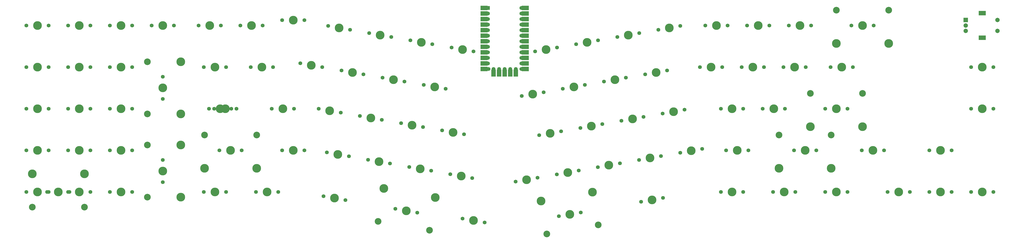
<source format=gbr>
%TF.GenerationSoftware,KiCad,Pcbnew,(5.1.10)-1*%
%TF.CreationDate,2021-08-22T14:11:54-07:00*%
%TF.ProjectId,V2,56322e6b-6963-4616-945f-706362585858,rev?*%
%TF.SameCoordinates,Original*%
%TF.FileFunction,Soldermask,Top*%
%TF.FilePolarity,Negative*%
%FSLAX46Y46*%
G04 Gerber Fmt 4.6, Leading zero omitted, Abs format (unit mm)*
G04 Created by KiCad (PCBNEW (5.1.10)-1) date 2021-08-22 14:11:54*
%MOMM*%
%LPD*%
G01*
G04 APERTURE LIST*
%ADD10C,3.987800*%
%ADD11C,1.750000*%
%ADD12C,3.048000*%
%ADD13C,2.000000*%
%ADD14R,3.200000X2.000000*%
%ADD15R,2.000000X2.000000*%
%ADD16R,2.000000X3.250000*%
%ADD17R,3.250000X2.000000*%
%ADD18C,1.752600*%
%ADD19R,1.752600X1.752600*%
G04 APERTURE END LIST*
D10*
%TO.C,MX90*%
X83343750Y-38100000D03*
D11*
X78263750Y-38100000D03*
X88423750Y-38100000D03*
%TD*%
D10*
%TO.C,MX23*%
X80962500Y-19050000D03*
D11*
X75882500Y-19050000D03*
X86042500Y-19050000D03*
%TD*%
D10*
%TO.C,MX5*%
X9525000Y-76200000D03*
D11*
X4445000Y-76200000D03*
X14605000Y-76200000D03*
D12*
X-2381250Y-83185000D03*
X21431250Y-83185000D03*
D10*
X-2381250Y-67945000D03*
X21431250Y-67945000D03*
%TD*%
%TO.C,MX78*%
X350176543Y-57150000D03*
D11*
X345096543Y-57150000D03*
X355256543Y-57150000D03*
D12*
X338270293Y-50165000D03*
X362082793Y-50165000D03*
D10*
X338270293Y-65405000D03*
X362082793Y-65405000D03*
%TD*%
%TO.C,MX92*%
X430949043Y-76200000D03*
D11*
X425869043Y-76200000D03*
X436029043Y-76200000D03*
%TD*%
D10*
%TO.C,MX91*%
X430949043Y-38100000D03*
D11*
X425869043Y-38100000D03*
X436029043Y-38100000D03*
%TD*%
D10*
%TO.C,MX89*%
X430949043Y-19050000D03*
D11*
X425869043Y-19050000D03*
X436029043Y-19050000D03*
%TD*%
D10*
%TO.C,MX88*%
X411899043Y-76200000D03*
D11*
X406819043Y-76200000D03*
X416979043Y-76200000D03*
%TD*%
D10*
%TO.C,MX87*%
X411899043Y-57150000D03*
D11*
X406819043Y-57150000D03*
X416979043Y-57150000D03*
%TD*%
D10*
%TO.C,MX86*%
X381132793Y-57150000D03*
D11*
X376052793Y-57150000D03*
X386212793Y-57150000D03*
%TD*%
D10*
%TO.C,MX85*%
X364464043Y-38100000D03*
D11*
X359384043Y-38100000D03*
X369544043Y-38100000D03*
D12*
X352557793Y-31115000D03*
X376370293Y-31115000D03*
D10*
X352557793Y-46355000D03*
X376370293Y-46355000D03*
%TD*%
%TO.C,MX84*%
X366845293Y-19050000D03*
D11*
X361765293Y-19050000D03*
X371925293Y-19050000D03*
%TD*%
D10*
%TO.C,MX83*%
X345414043Y-19050000D03*
D11*
X340334043Y-19050000D03*
X350494043Y-19050000D03*
%TD*%
D10*
%TO.C,MX82*%
X376370293Y0D03*
D11*
X371290293Y0D03*
X381450293Y0D03*
D12*
X364464043Y6985000D03*
X388276543Y6985000D03*
D10*
X364464043Y-8255000D03*
X388276543Y-8255000D03*
%TD*%
%TO.C,MX81*%
X347795293Y0D03*
D11*
X342715293Y0D03*
X352875293Y0D03*
%TD*%
D10*
%TO.C,MX80*%
X392849043Y-76200000D03*
D11*
X387769043Y-76200000D03*
X397929043Y-76200000D03*
%TD*%
D10*
%TO.C,MX79*%
X364464043Y-76200000D03*
D11*
X359384043Y-76200000D03*
X369544043Y-76200000D03*
%TD*%
D10*
%TO.C,MX77*%
X335889043Y-38100000D03*
D11*
X330809043Y-38100000D03*
X340969043Y-38100000D03*
%TD*%
D10*
%TO.C,MX76*%
X326364043Y-19050000D03*
D11*
X321284043Y-19050000D03*
X331444043Y-19050000D03*
%TD*%
D10*
%TO.C,MX75*%
X307314043Y-19050000D03*
D11*
X302234043Y-19050000D03*
X312394043Y-19050000D03*
%TD*%
D10*
%TO.C,MX74*%
X328745293Y0D03*
D11*
X323665293Y0D03*
X333825293Y0D03*
%TD*%
D10*
%TO.C,MX73*%
X309695293Y0D03*
D11*
X304615293Y0D03*
X314775293Y0D03*
%TD*%
D10*
%TO.C,MX72*%
X316839043Y-38100000D03*
D11*
X311759043Y-38100000D03*
X321919043Y-38100000D03*
%TD*%
D10*
%TO.C,MX71*%
X319220293Y-57150000D03*
D11*
X314140293Y-57150000D03*
X324300293Y-57150000D03*
%TD*%
D10*
%TO.C,MX70*%
X340651543Y-76200000D03*
D11*
X335571543Y-76200000D03*
X345731543Y-76200000D03*
%TD*%
D10*
%TO.C,MX69*%
X316839043Y-76200000D03*
D11*
X311759043Y-76200000D03*
X321919043Y-76200000D03*
%TD*%
D10*
%TO.C,MX68*%
X298188034Y-57381903D03*
D11*
X293185211Y-58264036D03*
X303190857Y-56499770D03*
%TD*%
D10*
%TO.C,MX67*%
X290189890Y-39448316D03*
D11*
X285187067Y-40330449D03*
X295192713Y-38566183D03*
%TD*%
D10*
%TO.C,MX66*%
X282191746Y-21514728D03*
D11*
X277188923Y-22396861D03*
X287194569Y-20632595D03*
%TD*%
D10*
%TO.C,MX65*%
X288264043Y-1100142D03*
D11*
X283261220Y-1982275D03*
X293266866Y-218009D03*
%TD*%
D10*
%TO.C,MX64*%
X279427447Y-60689900D03*
D11*
X274424624Y-61572033D03*
X284430270Y-59807767D03*
%TD*%
D10*
%TO.C,MX63*%
X280390371Y-79863986D03*
D11*
X275387548Y-80746119D03*
X285393194Y-78981853D03*
%TD*%
D10*
%TO.C,MX62*%
X260666860Y-63997897D03*
D11*
X255664037Y-64880030D03*
X265669683Y-63115764D03*
%TD*%
D10*
%TO.C,MX61*%
X271429303Y-42756313D03*
D11*
X266426480Y-43638446D03*
X276432126Y-41874180D03*
%TD*%
D10*
%TO.C,MX60*%
X263431159Y-24822725D03*
D11*
X258428336Y-25704858D03*
X268433982Y-23940592D03*
%TD*%
D10*
%TO.C,MX59*%
X244670572Y-28130722D03*
D11*
X239667749Y-29012855D03*
X249673395Y-27248589D03*
%TD*%
D10*
%TO.C,MX58*%
X269503456Y-4408139D03*
D11*
X264500633Y-5290272D03*
X274506279Y-3526006D03*
%TD*%
D10*
%TO.C,MX57*%
X250742869Y-7716136D03*
D11*
X245740046Y-8598269D03*
X255745692Y-6834003D03*
%TD*%
D10*
%TO.C,MX56*%
X252668716Y-46064310D03*
D11*
X247665893Y-46946443D03*
X257671539Y-45182177D03*
%TD*%
D10*
%TO.C,MX55*%
X241906273Y-67305894D03*
D11*
X236903450Y-68188027D03*
X246909096Y-66423761D03*
%TD*%
D10*
%TO.C,MX54*%
X242869196Y-86479981D03*
D11*
X237866373Y-87362114D03*
X247872019Y-85597848D03*
D12*
X232356761Y-95426362D03*
X255807496Y-91291365D03*
D10*
X229710363Y-80417892D03*
X253161098Y-76282894D03*
%TD*%
%TO.C,MX53*%
X198941868Y-89291780D03*
D11*
X193939045Y-88409647D03*
X203944691Y-90173913D03*
%TD*%
D10*
%TO.C,MX52*%
X223145686Y-70613891D03*
D11*
X218142863Y-71496024D03*
X228148509Y-69731758D03*
%TD*%
D10*
%TO.C,MX51*%
X233908129Y-49372307D03*
D11*
X228905306Y-50254440D03*
X238910952Y-48490174D03*
%TD*%
D10*
%TO.C,MX50*%
X225909985Y-31438719D03*
D11*
X220907162Y-32320852D03*
X230912808Y-30556586D03*
%TD*%
D10*
%TO.C,MX49*%
X231982282Y-11024133D03*
D11*
X226979459Y-11906266D03*
X236985105Y-10142000D03*
%TD*%
D10*
%TO.C,MX48*%
X193882282Y-11024133D03*
D11*
X188879459Y-10142000D03*
X198885105Y-11906266D03*
%TD*%
D10*
%TO.C,MX47*%
X181193992Y-28130722D03*
D11*
X176191169Y-27248589D03*
X186196815Y-29012855D03*
%TD*%
D10*
%TO.C,MX46*%
X189611363Y-48958808D03*
D11*
X184608540Y-48076675D03*
X194614186Y-49840941D03*
%TD*%
D10*
%TO.C,MX45*%
X193338585Y-68959893D03*
D11*
X188335762Y-68077760D03*
X198341408Y-69842026D03*
%TD*%
D10*
%TO.C,MX44*%
X170850776Y-45650811D03*
D11*
X165847953Y-44768678D03*
X175853599Y-46532944D03*
%TD*%
D10*
%TO.C,MX43*%
X162433405Y-24822725D03*
D11*
X157430582Y-23940592D03*
X167436228Y-25704858D03*
%TD*%
D10*
%TO.C,MX42*%
X175121695Y-7716136D03*
D11*
X170118872Y-6834003D03*
X180124518Y-8598269D03*
%TD*%
D10*
%TO.C,MX41*%
X156361108Y-4408139D03*
D11*
X151358285Y-3526006D03*
X161363931Y-5290272D03*
%TD*%
D10*
%TO.C,MX40*%
X174577998Y-65651896D03*
D11*
X169575175Y-64769763D03*
X179580821Y-66534029D03*
%TD*%
D10*
%TO.C,MX39*%
X168290513Y-84854313D03*
D11*
X163287690Y-83972180D03*
X173293336Y-85736446D03*
D12*
X155352213Y-89665697D03*
X178802948Y-93800694D03*
D10*
X157998611Y-74657226D03*
X181449346Y-78792224D03*
%TD*%
%TO.C,MX38*%
X155817411Y-62343899D03*
D11*
X150814588Y-61461766D03*
X160820234Y-63226032D03*
%TD*%
D10*
%TO.C,MX37*%
X152090189Y-42342814D03*
D11*
X147087366Y-41460681D03*
X157093012Y-43224947D03*
%TD*%
D10*
%TO.C,MX36*%
X143672818Y-21514728D03*
D11*
X138669995Y-20632595D03*
X148675641Y-22396861D03*
%TD*%
D10*
%TO.C,MX35*%
X124912231Y-18206731D03*
D11*
X119909408Y-17324598D03*
X129915054Y-19088864D03*
%TD*%
D10*
%TO.C,MX34*%
X137600521Y-1100142D03*
D11*
X132597698Y-218009D03*
X142603344Y-1982275D03*
%TD*%
D10*
%TO.C,MX33*%
X116681250Y2381250D03*
D11*
X111601250Y2381250D03*
X121761250Y2381250D03*
%TD*%
D10*
%TO.C,MX32*%
X133329602Y-39034817D03*
D11*
X128326779Y-38152684D03*
X138332425Y-39916950D03*
%TD*%
D10*
%TO.C,MX31*%
X137056824Y-59035902D03*
D11*
X132054001Y-58153769D03*
X142059647Y-59918035D03*
%TD*%
D10*
%TO.C,MX30*%
X135459485Y-79065317D03*
D11*
X130456662Y-78183184D03*
X140462308Y-79947450D03*
%TD*%
D10*
%TO.C,MX29*%
X104775000Y-76200000D03*
D11*
X99695000Y-76200000D03*
X109855000Y-76200000D03*
%TD*%
D10*
%TO.C,MX28*%
X116681250Y-57150000D03*
D11*
X111601250Y-57150000D03*
X121761250Y-57150000D03*
%TD*%
D10*
%TO.C,MX27*%
X111918750Y-38100000D03*
D11*
X106838750Y-38100000D03*
X116998750Y-38100000D03*
%TD*%
D10*
%TO.C,MX26*%
X102393750Y-19050000D03*
D11*
X97313750Y-19050000D03*
X107473750Y-19050000D03*
%TD*%
D10*
%TO.C,MX25*%
X97631250Y0D03*
D11*
X92551250Y0D03*
X102711250Y0D03*
%TD*%
D10*
%TO.C,MX24*%
X78581250Y0D03*
D11*
X73501250Y0D03*
X83661250Y0D03*
%TD*%
D10*
%TO.C,MX22*%
X85725000Y-38100000D03*
D11*
X80645000Y-38100000D03*
X90805000Y-38100000D03*
%TD*%
D10*
%TO.C,MX21*%
X88106250Y-57150000D03*
D11*
X83026250Y-57150000D03*
X93186250Y-57150000D03*
D12*
X76200000Y-50165000D03*
X100012500Y-50165000D03*
D10*
X76200000Y-65405000D03*
X100012500Y-65405000D03*
%TD*%
%TO.C,MX20*%
X80962500Y-76200000D03*
D11*
X75882500Y-76200000D03*
X86042500Y-76200000D03*
%TD*%
D10*
%TO.C,MX19*%
X57150000Y-28575000D03*
D11*
X57150000Y-33655000D03*
X57150000Y-23495000D03*
D12*
X50165000Y-40481250D03*
X50165000Y-16668750D03*
D10*
X65405000Y-40481250D03*
X65405000Y-16668750D03*
%TD*%
%TO.C,MX18*%
X57150000Y-66675000D03*
D11*
X57150000Y-71755000D03*
X57150000Y-61595000D03*
D12*
X50165000Y-78581250D03*
X50165000Y-54768750D03*
D10*
X65405000Y-78581250D03*
X65405000Y-54768750D03*
%TD*%
%TO.C,MX17*%
X57150000Y0D03*
D11*
X52070000Y0D03*
X62230000Y0D03*
%TD*%
D10*
%TO.C,MX16*%
X38100000Y-76200000D03*
D11*
X33020000Y-76200000D03*
X43180000Y-76200000D03*
%TD*%
D10*
%TO.C,MX15*%
X38100000Y-57150000D03*
D11*
X33020000Y-57150000D03*
X43180000Y-57150000D03*
%TD*%
D10*
%TO.C,MX14*%
X38100000Y-38100000D03*
D11*
X33020000Y-38100000D03*
X43180000Y-38100000D03*
%TD*%
D10*
%TO.C,MX13*%
X19050000Y-38100000D03*
D11*
X13970000Y-38100000D03*
X24130000Y-38100000D03*
%TD*%
D10*
%TO.C,MX12*%
X38100000Y-19050000D03*
D11*
X33020000Y-19050000D03*
X43180000Y-19050000D03*
%TD*%
D10*
%TO.C,MX11*%
X19050000Y-19050000D03*
D11*
X13970000Y-19050000D03*
X24130000Y-19050000D03*
%TD*%
D10*
%TO.C,MX10*%
X38100000Y0D03*
D11*
X33020000Y0D03*
X43180000Y0D03*
%TD*%
D10*
%TO.C,MX9*%
X19050000Y0D03*
D11*
X13970000Y0D03*
X24130000Y0D03*
%TD*%
D10*
%TO.C,MX8*%
X19050000Y-57150000D03*
D11*
X13970000Y-57150000D03*
X24130000Y-57150000D03*
%TD*%
D10*
%TO.C,MX7*%
X0Y-76200000D03*
D11*
X-5080000Y-76200000D03*
X5080000Y-76200000D03*
%TD*%
D10*
%TO.C,MX6*%
X19050000Y-76200000D03*
D11*
X13970000Y-76200000D03*
X24130000Y-76200000D03*
%TD*%
D10*
%TO.C,MX4*%
X0Y-57150000D03*
D11*
X-5080000Y-57150000D03*
X5080000Y-57150000D03*
%TD*%
D10*
%TO.C,MX3*%
X0Y-38100000D03*
D11*
X-5080000Y-38100000D03*
X5080000Y-38100000D03*
%TD*%
D10*
%TO.C,MX2*%
X0Y-19050000D03*
D11*
X-5080000Y-19050000D03*
X5080000Y-19050000D03*
%TD*%
D10*
%TO.C,MX1*%
X0Y0D03*
D11*
X-5080000Y0D03*
X5080000Y0D03*
%TD*%
D13*
%TO.C,SW1*%
X437949043Y-2500000D03*
X437949043Y2500000D03*
D14*
X430949043Y-5600000D03*
X430949043Y5600000D03*
D13*
X423449043Y-2500000D03*
X423449043Y0D03*
D15*
X423449043Y2500000D03*
%TD*%
D16*
%TO.C,U1*%
X218211400Y-21793200D03*
X215671400Y-21793200D03*
X213131400Y-21793200D03*
X210591400Y-21793200D03*
X208051400Y-21793200D03*
D17*
X222529400Y8051800D03*
X222529400Y5511800D03*
X222529400Y2971800D03*
X222529400Y431800D03*
X222529400Y-2108200D03*
X222529400Y-4648200D03*
X222529400Y-7188200D03*
X222529400Y-9728200D03*
X222529400Y-12268200D03*
X222529400Y-14808200D03*
X222529400Y-17348200D03*
X222529400Y-19888200D03*
X203733400Y-19888200D03*
X203733400Y-17348200D03*
X203733400Y-14808200D03*
X203733400Y-12268200D03*
X203733400Y-9728200D03*
X203733400Y-7188200D03*
X203733400Y-4648200D03*
X203733400Y-2108200D03*
X203733400Y431800D03*
X203733400Y2971800D03*
X203733400Y5511800D03*
X203733400Y8051800D03*
D18*
X208051400Y-19888200D03*
X210591400Y-19888200D03*
X213131400Y-19888200D03*
X215671400Y-19888200D03*
X218211400Y-19888200D03*
X220751400Y8051800D03*
X205740000Y-19888200D03*
X220751400Y5511800D03*
X220751400Y2971800D03*
X220751400Y431800D03*
X220751400Y-2108200D03*
X220751400Y-4648200D03*
X220751400Y-7188200D03*
X220751400Y-9728200D03*
X220751400Y-12268200D03*
X220751400Y-14808200D03*
X220751400Y-17348200D03*
X220751400Y-19888200D03*
X205511400Y-17348200D03*
X205511400Y-14808200D03*
X205511400Y-12268200D03*
X205511400Y-9728200D03*
X205511400Y-7188200D03*
X205511400Y-4648200D03*
X205511400Y-2108200D03*
X205511400Y431800D03*
X205511400Y2971800D03*
X205511400Y5511800D03*
D19*
X205511400Y8051800D03*
%TD*%
M02*

</source>
